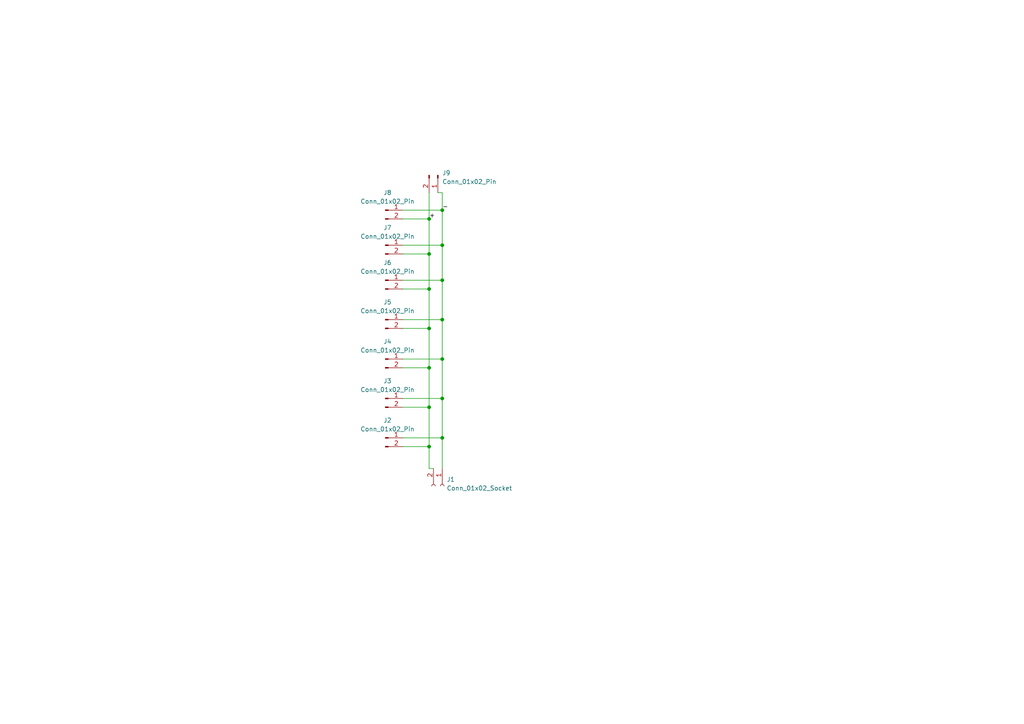
<source format=kicad_sch>
(kicad_sch (version 20230121) (generator eeschema)
  (paper "A4")
  (lib_symbols
    (symbol "Connector:Conn_01x02_Pin" (pin_names (offset 1.016) hide)
      (property "Reference" "J" (at 0 2.54 0))
      (property "Value" "Conn_01x02_Pin" (at 0 -5.08 0))
      (symbol "Conn_01x02_Pin_1_1"
        (polyline (pts (xy 1.27 -2.54) (xy 0.8636 -2.54)) (stroke (width 0.1524)))
        (polyline (pts (xy 1.27 0) (xy 0.8636 0)) (stroke (width 0.1524)))
        (rectangle (start 0.8636 -2.413) (end 0 -2.667) (stroke (width 0.1524)) (fill (type outline)))
        (rectangle (start 0.8636 0.127) (end 0 -0.127) (stroke (width 0.1524)) (fill (type outline)))
        (pin passive line (at 5.08 0 180) (length 3.81) (name "Pin_1") (number "1"))
        (pin passive line (at 5.08 -2.54 180) (length 3.81) (name "Pin_2") (number "2"))
      )
    )
    (symbol "Connector:Conn_01x02_Socket" (pin_names (offset 1.016) hide)
      (property "Reference" "J" (at 0 2.54 0))
      (property "Value" "Conn_01x02_Socket" (at 0 -5.08 0))
      (symbol "Conn_01x02_Socket_1_1"
        (arc (start 0 -2.032) (mid -0.5058 -2.54) (end 0 -3.048) (stroke (width 0.1524)))
        (polyline (pts (xy -1.27 -2.54) (xy -0.508 -2.54)) (stroke (width 0.1524)))
        (polyline (pts (xy -1.27 0) (xy -0.508 0)) (stroke (width 0.1524)))
        (arc (start 0 0.508) (mid -0.5058 0) (end 0 -0.508) (stroke (width 0.1524)))
        (pin passive line (at -5.08 0 0) (length 3.81) (name "Pin_1") (number "1"))
        (pin passive line (at -5.08 -2.54 0) (length 3.81) (name "Pin_2") (number "2"))
      )
    )
  )
  (junction (at 124.46 129.54))
  (junction (at 128.27 81.28))
  (junction (at 124.46 106.68))
  (junction (at 124.46 83.82))
  (junction (at 128.27 115.57))
  (junction (at 124.46 63.5))
  (junction (at 128.27 60.96))
  (junction (at 128.27 127))
  (junction (at 124.46 95.25))
  (junction (at 128.27 71.12))
  (junction (at 128.27 92.71))
  (junction (at 124.46 118.11))
  (junction (at 128.27 104.14))
  (junction (at 124.46 73.66))
  (wire (pts (xy 124.46 135.89) (xy 125.73 135.89)))
  (wire (pts (xy 116.84 118.11) (xy 124.46 118.11)))
  (wire (pts (xy 116.84 71.12) (xy 128.27 71.12)))
  (wire (pts (xy 124.46 106.68) (xy 124.46 118.11)))
  (wire (pts (xy 124.46 129.54) (xy 124.46 135.89)))
  (wire (pts (xy 116.84 83.82) (xy 124.46 83.82)))
  (wire (pts (xy 128.27 60.96) (xy 128.27 55.88)))
  (wire (pts (xy 124.46 55.88) (xy 124.46 63.5)))
  (wire (pts (xy 124.46 83.82) (xy 124.46 95.25)))
  (wire (pts (xy 128.27 127) (xy 128.27 115.57)))
  (wire (pts (xy 128.27 81.28) (xy 128.27 71.12)))
  (wire (pts (xy 128.27 55.88) (xy 127 55.88)))
  (wire (pts (xy 128.27 92.71) (xy 128.27 81.28)))
  (wire (pts (xy 116.84 115.57) (xy 128.27 115.57)))
  (wire (pts (xy 116.84 104.14) (xy 128.27 104.14)))
  (wire (pts (xy 116.84 129.54) (xy 124.46 129.54)))
  (wire (pts (xy 128.27 71.12) (xy 128.27 60.96)))
  (wire (pts (xy 124.46 95.25) (xy 124.46 106.68)))
  (wire (pts (xy 116.84 106.68) (xy 124.46 106.68)))
  (wire (pts (xy 128.27 115.57) (xy 128.27 104.14)))
  (wire (pts (xy 116.84 95.25) (xy 124.46 95.25)))
  (wire (pts (xy 116.84 73.66) (xy 124.46 73.66)))
  (wire (pts (xy 128.27 135.89) (xy 128.27 127)))
  (wire (pts (xy 116.84 127) (xy 128.27 127)))
  (wire (pts (xy 116.84 60.96) (xy 128.27 60.96)))
  (wire (pts (xy 124.46 118.11) (xy 124.46 129.54)))
  (wire (pts (xy 124.46 73.66) (xy 124.46 83.82)))
  (wire (pts (xy 128.27 104.14) (xy 128.27 92.71)))
  (wire (pts (xy 116.84 92.71) (xy 128.27 92.71)))
  (wire (pts (xy 116.84 63.5) (xy 124.46 63.5)))
  (wire (pts (xy 124.46 63.5) (xy 124.46 73.66)))
  (wire (pts (xy 116.84 81.28) (xy 128.27 81.28)))
  (label "+" (at 124.46 63.5 0))
  (label "-" (at 128.27 60.96 0))
  (symbol (lib_id "Connector:Conn_01x02_Pin") (at 111.76 71.12 0) (unit 1)
    (property "Reference" "J7" (at 112.395 66.04 0))
    (property "Value" "Conn_01x02_Pin" (at 112.395 68.58 0))
    (property "Footprint" "Connector_AMASS:AMASS_XT30PW-F_1x02_P2.50mm_Horizontal" (effects hide))
  )
  (symbol (lib_id "Connector:Conn_01x02_Pin") (at 111.76 115.57 0) (unit 1)
    (property "Reference" "J3" (at 112.395 110.49 0))
    (property "Value" "Conn_01x02_Pin" (at 112.395 113.03 0))
    (property "Footprint" "Connector_AMASS:AMASS_XT30PW-F_1x02_P2.50mm_Horizontal" (effects hide))
  )
  (symbol (lib_id "Connector:Conn_01x02_Pin") (at 111.76 81.28 0) (unit 1)
    (property "Reference" "J6" (at 112.395 76.2 0))
    (property "Value" "Conn_01x02_Pin" (at 112.395 78.74 0))
    (property "Footprint" "Connector_AMASS:AMASS_XT30PW-F_1x02_P2.50mm_Horizontal" (effects hide))
  )
  (symbol (lib_id "Connector:Conn_01x02_Socket") (at 128.27 140.97 270) (unit 1)
    (property "Reference" "J1" (at 129.54 139.065 90) (effects (justify left)))
    (property "Value" "Conn_01x02_Socket" (at 129.54 141.605 90) (effects (justify left)))
    (property "Footprint" "Connector_AMASS:AMASS_XT30PW-M_1x02_P2.50mm_Horizontal" (effects hide))
  )
  (symbol (lib_id "Connector:Conn_01x02_Pin") (at 111.76 127 0) (unit 1)
    (property "Reference" "J2" (at 112.395 121.92 0))
    (property "Value" "Conn_01x02_Pin" (at 112.395 124.46 0))
    (property "Footprint" "Connector_AMASS:AMASS_XT30PW-F_1x02_P2.50mm_Horizontal" (effects hide))
  )
  (symbol (lib_id "Connector:Conn_01x02_Pin") (at 111.76 92.71 0) (unit 1)
    (property "Reference" "J5" (at 112.395 87.63 0))
    (property "Value" "Conn_01x02_Pin" (at 112.395 90.17 0))
    (property "Footprint" "Connector_AMASS:AMASS_XT30PW-F_1x02_P2.50mm_Horizontal" (effects hide))
  )
  (symbol (lib_id "Connector:Conn_01x02_Pin") (at 127 50.8 270) (unit 1)
    (property "Reference" "J9" (at 128.27 50.165 90) (effects (justify left)))
    (property "Value" "Conn_01x02_Pin" (at 128.27 52.705 90) (effects (justify left)))
    (property "Footprint" "Connector_AMASS:AMASS_XT30PW-F_1x02_P2.50mm_Horizontal" (effects hide))
  )
  (symbol (lib_id "Connector:Conn_01x02_Pin") (at 111.76 60.96 0) (unit 1)
    (property "Reference" "J8" (at 112.395 55.88 0))
    (property "Value" "Conn_01x02_Pin" (at 112.395 58.42 0))
    (property "Footprint" "Connector_AMASS:AMASS_XT30PW-F_1x02_P2.50mm_Horizontal" (effects hide))
  )
  (symbol (lib_id "Connector:Conn_01x02_Pin") (at 111.76 104.14 0) (unit 1)
    (property "Reference" "J4" (at 112.395 99.06 0))
    (property "Value" "Conn_01x02_Pin" (at 112.395 101.6 0))
    (property "Footprint" "Connector_AMASS:AMASS_XT30PW-F_1x02_P2.50mm_Horizontal" (effects hide))
  )
)
</source>
